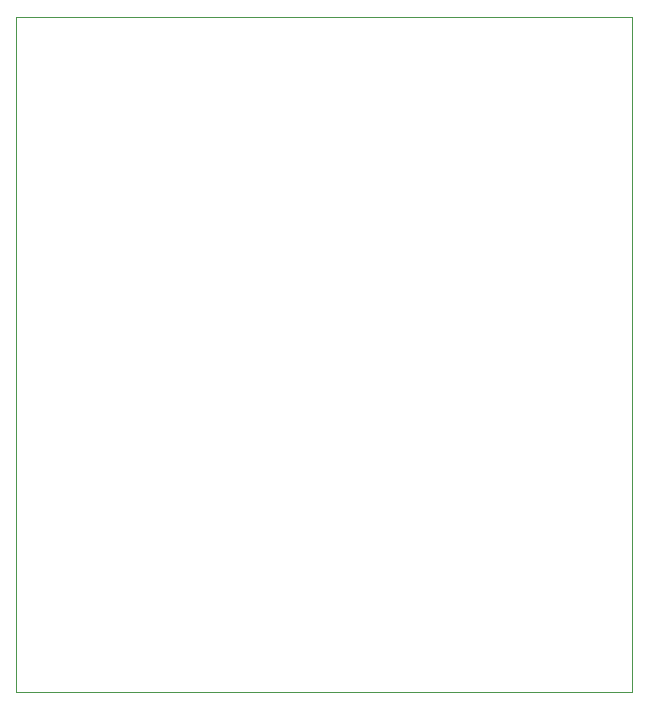
<source format=gbr>
%TF.GenerationSoftware,KiCad,Pcbnew,7.0.7*%
%TF.CreationDate,2023-09-12T10:00:42-04:00*%
%TF.ProjectId,Heater_South,48656174-6572-45f5-936f-7574682e6b69,rev?*%
%TF.SameCoordinates,Original*%
%TF.FileFunction,Profile,NP*%
%FSLAX46Y46*%
G04 Gerber Fmt 4.6, Leading zero omitted, Abs format (unit mm)*
G04 Created by KiCad (PCBNEW 7.0.7) date 2023-09-12 10:00:42*
%MOMM*%
%LPD*%
G01*
G04 APERTURE LIST*
%TA.AperFunction,Profile*%
%ADD10C,0.100000*%
%TD*%
G04 APERTURE END LIST*
D10*
X91440000Y-46990000D02*
X143580000Y-46990000D01*
X143580000Y-104140000D01*
X91440000Y-104140000D01*
X91440000Y-46990000D01*
M02*

</source>
